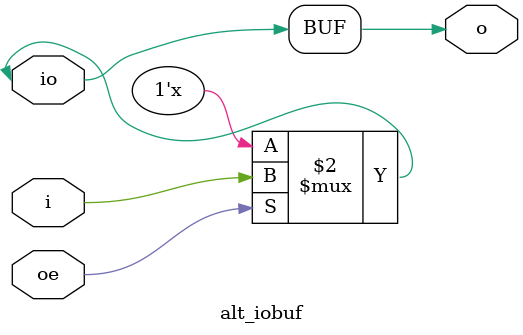
<source format=v>

module alt_iobuf (
// INTERFACE BEGIN
	i,
	oe,
    o,
	io
// INTERFACE END
);

//Simulation only parameter
parameter io_standard = "none";
parameter current_strength = "none";
parameter location = "none";
parameter slow_slew_rate = "off";
parameter enable_bus_hold = "off";
parameter weak_pull_up_resistor = "off";
parameter termination = "none";

//Input Ports Declaration
input i;
input oe;
//Output Ports Declaration
output o;
inout io;

//IMPLEMENTATION BEGIN
assign o = io;
assign io = (oe == 1'b1) ? i : 1'bz; 

// IMPLEMENTATION END
endmodule
// MODEL END

</source>
